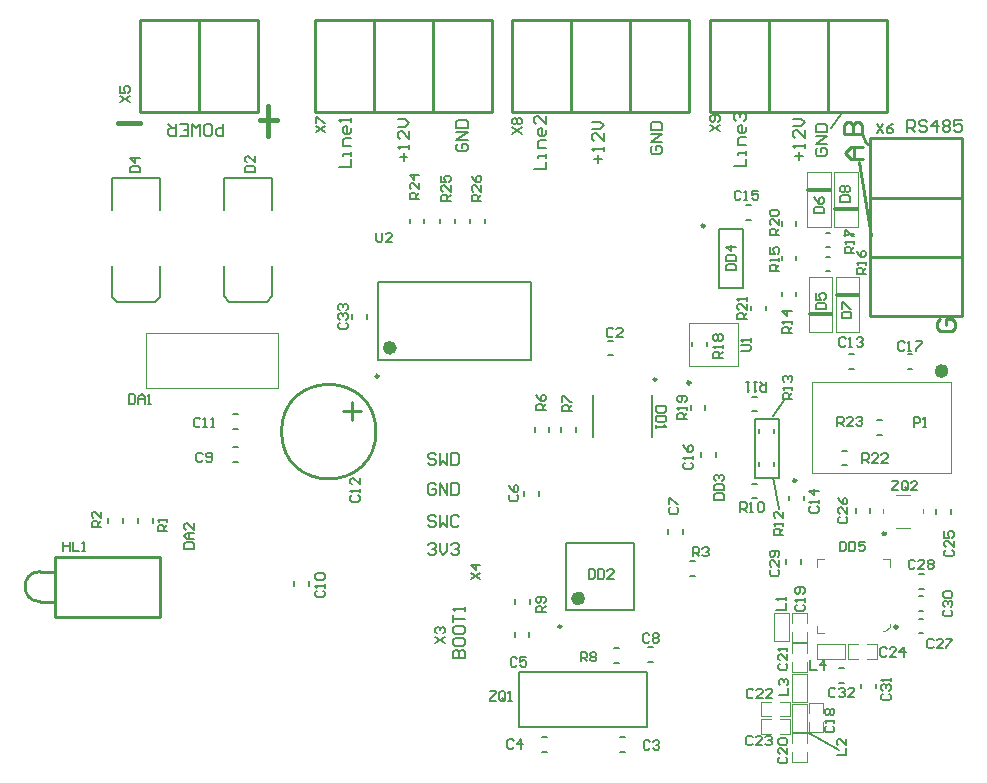
<source format=gto>
G04 Layer_Color=65535*
%FSLAX25Y25*%
%MOIN*%
G70*
G01*
G75*
%ADD31C,0.00984*%
%ADD50C,0.02362*%
%ADD51C,0.01000*%
%ADD52C,0.01181*%
%ADD53C,0.00591*%
%ADD54C,0.00787*%
%ADD55C,0.00394*%
%ADD56C,0.01575*%
D31*
X-195054Y129996D02*
G03*
X-195054Y129996I-492J0D01*
G01*
X-134194Y46566D02*
G03*
X-134194Y46566I-492J0D01*
G01*
X-55909Y95187D02*
G03*
X-55909Y95187I-492J0D01*
G01*
X-102461Y128952D02*
G03*
X-102461Y128952I-492J0D01*
G01*
X-86406Y180113D02*
G03*
X-86406Y180113I-492J0D01*
G01*
D50*
X-190172Y139445D02*
G03*
X-190172Y139445I-1181J0D01*
G01*
X-127402Y55917D02*
G03*
X-127402Y55917I-1181J0D01*
G01*
X-6240Y131743D02*
G03*
X-6240Y131743I-1181J0D01*
G01*
D51*
X-195952Y111500D02*
G03*
X-195952Y111500I-15748J0D01*
G01*
X-307940Y64862D02*
G03*
X-307940Y54862I0J-5000D01*
G01*
X-196642Y218046D02*
Y248754D01*
X-176957Y218046D02*
Y248754D01*
X-157272Y233400D02*
Y248754D01*
X-216328D02*
X-157272D01*
X-216328Y233400D02*
Y248754D01*
Y218046D02*
Y233400D01*
Y218046D02*
X-157272D01*
Y233400D01*
X-130842Y218046D02*
Y248754D01*
X-111158Y218046D02*
Y248754D01*
X-91472Y233400D02*
Y248754D01*
X-150528D02*
X-91472D01*
X-150528Y233400D02*
Y248754D01*
Y218046D02*
Y233400D01*
Y218046D02*
X-91472D01*
Y233400D01*
X-65043Y218046D02*
Y248754D01*
X-45357Y218046D02*
Y248754D01*
X-25672Y233400D02*
Y248754D01*
X-84728D02*
X-25672D01*
X-84728Y233400D02*
Y248754D01*
Y218046D02*
Y233400D01*
Y218046D02*
X-25672D01*
Y233400D01*
X-235315Y218046D02*
Y233400D01*
X-274685Y218046D02*
X-235315D01*
X-274685Y248754D02*
X-235315D01*
Y233400D02*
Y248754D01*
X-255000Y218046D02*
Y248754D01*
X-274685Y218046D02*
Y248754D01*
X-203826Y115437D02*
Y121343D01*
X-206779Y118390D02*
X-200873D01*
X-31354Y150172D02*
X-16000D01*
X-31354D02*
Y209228D01*
X-16000D01*
X-646D01*
Y150172D02*
Y209228D01*
X-16000Y150172D02*
X-646D01*
X-31354Y169858D02*
X-646D01*
X-31354Y189542D02*
X-646D01*
X-307940Y64862D02*
X-302940D01*
X-307940Y54862D02*
X-302940D01*
Y69862D02*
X-267940D01*
X-302940Y49862D02*
Y69862D01*
Y49862D02*
X-267940D01*
Y69862D01*
X-33800Y210600D02*
X-32471Y207677D01*
X-35000Y201400D02*
X-31100Y176600D01*
X-32471Y207677D02*
X-31200Y207200D01*
X-7798Y148899D02*
X-8798Y147899D01*
Y145900D01*
X-7798Y144900D01*
X-3800D01*
X-2800Y145900D01*
Y147899D01*
X-3800Y148899D01*
X-5799D01*
Y146899D01*
X-33600Y202300D02*
X-37599D01*
X-39598Y204299D01*
X-37599Y206299D01*
X-33600D01*
X-36599D01*
Y202300D01*
X-39798Y210600D02*
X-33800D01*
Y213599D01*
X-34800Y214599D01*
X-35799D01*
X-36799Y213599D01*
Y210600D01*
Y213599D01*
X-37799Y214599D01*
X-38798D01*
X-39798Y213599D01*
Y210600D01*
D52*
X-22233Y46464D02*
G03*
X-22233Y46464I-394J0D01*
G01*
X-26176Y77551D02*
G03*
X-26176Y77551I-394J0D01*
G01*
X-91274Y127802D02*
G03*
X-91274Y127802I-394J0D01*
G01*
X-42843Y185750D02*
X-35757D01*
X-42343Y157050D02*
X-35257D01*
X-51843Y192050D02*
X-44757D01*
X-51343Y150750D02*
X-44257D01*
D53*
X-44400Y212600D02*
X-40500Y217800D01*
X-63600Y116600D02*
X-59700Y122300D01*
X-63700Y96400D02*
X-61700Y85600D01*
X-52438Y11377D02*
X-41700Y5500D01*
X-40000Y177200D02*
X-36500Y177300D01*
X-216049Y211300D02*
X-212900Y213399D01*
X-216049D02*
X-212900Y211300D01*
X-216049Y214449D02*
Y216548D01*
X-215524D01*
X-213425Y214449D01*
X-212900D01*
X-181600Y189100D02*
X-184749D01*
Y190674D01*
X-184224Y191199D01*
X-183174D01*
X-182650Y190674D01*
Y189100D01*
Y190149D02*
X-181600Y191199D01*
Y194348D02*
Y192249D01*
X-183699Y194348D01*
X-184224D01*
X-184749Y193823D01*
Y192773D01*
X-184224Y192249D01*
X-181600Y196971D02*
X-184749D01*
X-183174Y195397D01*
Y197496D01*
X-195900Y177849D02*
Y175225D01*
X-195375Y174700D01*
X-194326D01*
X-193801Y175225D01*
Y177849D01*
X-190652Y174700D02*
X-192751D01*
X-190652Y176799D01*
Y177324D01*
X-191177Y177849D01*
X-192227D01*
X-192751Y177324D01*
X-150549Y210800D02*
X-147400Y212899D01*
X-150549D02*
X-147400Y210800D01*
X-150024Y213949D02*
X-150549Y214473D01*
Y215523D01*
X-150024Y216048D01*
X-149499D01*
X-148974Y215523D01*
X-148450Y216048D01*
X-147925D01*
X-147400Y215523D01*
Y214473D01*
X-147925Y213949D01*
X-148450D01*
X-148974Y214473D01*
X-149499Y213949D01*
X-150024D01*
X-148974Y214473D02*
Y215523D01*
X-171100Y188400D02*
X-174249D01*
Y189974D01*
X-173724Y190499D01*
X-172674D01*
X-172150Y189974D01*
Y188400D01*
Y189450D02*
X-171100Y190499D01*
Y193648D02*
Y191549D01*
X-173199Y193648D01*
X-173724D01*
X-174249Y193123D01*
Y192073D01*
X-173724Y191549D01*
X-174249Y196796D02*
Y194697D01*
X-172674D01*
X-173199Y195747D01*
Y196272D01*
X-172674Y196796D01*
X-171625D01*
X-171100Y196272D01*
Y195222D01*
X-171625Y194697D01*
X-84549Y211700D02*
X-81400Y213799D01*
X-84549D02*
X-81400Y211700D01*
X-81925Y214849D02*
X-81400Y215373D01*
Y216423D01*
X-81925Y216948D01*
X-84024D01*
X-84549Y216423D01*
Y215373D01*
X-84024Y214849D01*
X-83499D01*
X-82974Y215373D01*
Y216948D01*
X-160900Y188400D02*
X-164049D01*
Y189974D01*
X-163524Y190499D01*
X-162474D01*
X-161950Y189974D01*
Y188400D01*
Y189450D02*
X-160900Y190499D01*
Y193648D02*
Y191549D01*
X-162999Y193648D01*
X-163524D01*
X-164049Y193123D01*
Y192073D01*
X-163524Y191549D01*
X-164049Y196796D02*
X-163524Y195747D01*
X-162474Y194697D01*
X-161425D01*
X-160900Y195222D01*
Y196272D01*
X-161425Y196796D01*
X-161950D01*
X-162474Y196272D01*
Y194697D01*
X-277849Y197900D02*
X-274700D01*
Y199474D01*
X-275225Y199999D01*
X-277324D01*
X-277849Y199474D01*
Y197900D01*
X-274700Y202623D02*
X-277849D01*
X-276274Y201049D01*
Y203148D01*
X-125100Y65649D02*
Y62500D01*
X-123526D01*
X-123001Y63025D01*
Y65124D01*
X-123526Y65649D01*
X-125100D01*
X-121951D02*
Y62500D01*
X-120377D01*
X-119852Y63025D01*
Y65124D01*
X-120377Y65649D01*
X-121951D01*
X-116704Y62500D02*
X-118803D01*
X-116704Y64599D01*
Y65124D01*
X-117228Y65649D01*
X-118278D01*
X-118803Y65124D01*
X-239549Y198100D02*
X-236400D01*
Y199674D01*
X-236925Y200199D01*
X-239024D01*
X-239549Y199674D01*
Y198100D01*
X-236400Y203348D02*
Y201249D01*
X-238499Y203348D01*
X-239024D01*
X-239549Y202823D01*
Y201773D01*
X-239024Y201249D01*
X-281149Y221400D02*
X-278000Y223499D01*
X-281149D02*
X-278000Y221400D01*
X-281149Y226648D02*
Y224549D01*
X-279574D01*
X-280099Y225598D01*
Y226123D01*
X-279574Y226648D01*
X-278525D01*
X-278000Y226123D01*
Y225073D01*
X-278525Y224549D01*
X-164349Y62300D02*
X-161200Y64399D01*
X-164349D02*
X-161200Y62300D01*
Y67023D02*
X-164349D01*
X-162774Y65449D01*
Y67548D01*
X-26924Y24099D02*
X-27449Y23574D01*
Y22525D01*
X-26924Y22000D01*
X-24825D01*
X-24300Y22525D01*
Y23574D01*
X-24825Y24099D01*
X-26924Y25149D02*
X-27449Y25673D01*
Y26723D01*
X-26924Y27248D01*
X-26399D01*
X-25874Y26723D01*
Y26198D01*
Y26723D01*
X-25350Y27248D01*
X-24825D01*
X-24300Y26723D01*
Y25673D01*
X-24825Y25149D01*
X-24300Y28297D02*
Y29347D01*
Y28822D01*
X-27449D01*
X-26924Y28297D01*
X-149001Y35824D02*
X-149526Y36349D01*
X-150575D01*
X-151100Y35824D01*
Y33725D01*
X-150575Y33200D01*
X-149526D01*
X-149001Y33725D01*
X-145852Y36349D02*
X-147951D01*
Y34774D01*
X-146902Y35299D01*
X-146377D01*
X-145852Y34774D01*
Y33725D01*
X-146377Y33200D01*
X-147427D01*
X-147951Y33725D01*
X-41424Y83099D02*
X-41949Y82574D01*
Y81525D01*
X-41424Y81000D01*
X-39325D01*
X-38800Y81525D01*
Y82574D01*
X-39325Y83099D01*
X-38800Y86248D02*
Y84149D01*
X-40899Y86248D01*
X-41424D01*
X-41949Y85723D01*
Y84673D01*
X-41424Y84149D01*
X-41949Y89396D02*
X-41424Y88347D01*
X-40374Y87297D01*
X-39325D01*
X-38800Y87822D01*
Y88872D01*
X-39325Y89396D01*
X-39849D01*
X-40374Y88872D01*
Y87297D01*
X-204024Y90299D02*
X-204549Y89774D01*
Y88725D01*
X-204024Y88200D01*
X-201925D01*
X-201400Y88725D01*
Y89774D01*
X-201925Y90299D01*
X-201400Y91349D02*
Y92398D01*
Y91873D01*
X-204549D01*
X-204024Y91349D01*
X-201400Y96071D02*
Y93972D01*
X-203499Y96071D01*
X-204024D01*
X-204549Y95547D01*
Y94497D01*
X-204024Y93972D01*
X-254501Y115624D02*
X-255026Y116149D01*
X-256075D01*
X-256600Y115624D01*
Y113525D01*
X-256075Y113000D01*
X-255026D01*
X-254501Y113525D01*
X-253451Y113000D02*
X-252402D01*
X-252927D01*
Y116149D01*
X-253451Y115624D01*
X-250828Y113000D02*
X-249778D01*
X-250303D01*
Y116149D01*
X-250828Y115624D01*
X-215724Y58499D02*
X-216249Y57974D01*
Y56925D01*
X-215724Y56400D01*
X-213625D01*
X-213100Y56925D01*
Y57974D01*
X-213625Y58499D01*
X-213100Y59549D02*
Y60598D01*
Y60073D01*
X-216249D01*
X-215724Y59549D01*
Y62172D02*
X-216249Y62697D01*
Y63747D01*
X-215724Y64271D01*
X-213625D01*
X-213100Y63747D01*
Y62697D01*
X-213625Y62172D01*
X-215724D01*
X-45824Y13399D02*
X-46349Y12874D01*
Y11825D01*
X-45824Y11300D01*
X-43725D01*
X-43200Y11825D01*
Y12874D01*
X-43725Y13399D01*
X-43200Y14449D02*
Y15498D01*
Y14973D01*
X-46349D01*
X-45824Y14449D01*
Y17072D02*
X-46349Y17597D01*
Y18647D01*
X-45824Y19172D01*
X-45299D01*
X-44774Y18647D01*
X-44249Y19172D01*
X-43725D01*
X-43200Y18647D01*
Y17597D01*
X-43725Y17072D01*
X-44249D01*
X-44774Y17597D01*
X-45299Y17072D01*
X-45824D01*
X-44774Y17597D02*
Y18647D01*
X-55724Y53799D02*
X-56249Y53274D01*
Y52225D01*
X-55724Y51700D01*
X-53625D01*
X-53100Y52225D01*
Y53274D01*
X-53625Y53799D01*
X-53100Y54849D02*
Y55898D01*
Y55373D01*
X-56249D01*
X-55724Y54849D01*
X-53625Y57472D02*
X-53100Y57997D01*
Y59047D01*
X-53625Y59571D01*
X-55724D01*
X-56249Y59047D01*
Y57997D01*
X-55724Y57472D01*
X-55199D01*
X-54674Y57997D01*
Y59571D01*
X-61424Y2999D02*
X-61949Y2474D01*
Y1425D01*
X-61424Y900D01*
X-59325D01*
X-58800Y1425D01*
Y2474D01*
X-59325Y2999D01*
X-58800Y6148D02*
Y4049D01*
X-60899Y6148D01*
X-61424D01*
X-61949Y5623D01*
Y4573D01*
X-61424Y4049D01*
Y7197D02*
X-61949Y7722D01*
Y8771D01*
X-61424Y9296D01*
X-59325D01*
X-58800Y8771D01*
Y7722D01*
X-59325Y7197D01*
X-61424D01*
Y34199D02*
X-61949Y33674D01*
Y32625D01*
X-61424Y32100D01*
X-59325D01*
X-58800Y32625D01*
Y33674D01*
X-59325Y34199D01*
X-58800Y37348D02*
Y35249D01*
X-60899Y37348D01*
X-61424D01*
X-61949Y36823D01*
Y35773D01*
X-61424Y35249D01*
X-58800Y38397D02*
Y39447D01*
Y38922D01*
X-61949D01*
X-61424Y38397D01*
X-70401Y9624D02*
X-70926Y10149D01*
X-71975D01*
X-72500Y9624D01*
Y7525D01*
X-71975Y7000D01*
X-70926D01*
X-70401Y7525D01*
X-67252Y7000D02*
X-69351D01*
X-67252Y9099D01*
Y9624D01*
X-67777Y10149D01*
X-68827D01*
X-69351Y9624D01*
X-66203D02*
X-65678Y10149D01*
X-64628D01*
X-64104Y9624D01*
Y9099D01*
X-64628Y8574D01*
X-65153D01*
X-64628D01*
X-64104Y8049D01*
Y7525D01*
X-64628Y7000D01*
X-65678D01*
X-66203Y7525D01*
X-70201Y25224D02*
X-70726Y25749D01*
X-71775D01*
X-72300Y25224D01*
Y23125D01*
X-71775Y22600D01*
X-70726D01*
X-70201Y23125D01*
X-67052Y22600D02*
X-69151D01*
X-67052Y24699D01*
Y25224D01*
X-67577Y25749D01*
X-68627D01*
X-69151Y25224D01*
X-63904Y22600D02*
X-66003D01*
X-63904Y24699D01*
Y25224D01*
X-64429Y25749D01*
X-65478D01*
X-66003Y25224D01*
X-25701Y39124D02*
X-26226Y39649D01*
X-27275D01*
X-27800Y39124D01*
Y37025D01*
X-27275Y36500D01*
X-26226D01*
X-25701Y37025D01*
X-22552Y36500D02*
X-24651D01*
X-22552Y38599D01*
Y39124D01*
X-23077Y39649D01*
X-24127D01*
X-24651Y39124D01*
X-19929Y36500D02*
Y39649D01*
X-21503Y38074D01*
X-19404D01*
X-5924Y71999D02*
X-6449Y71474D01*
Y70425D01*
X-5924Y69900D01*
X-3825D01*
X-3300Y70425D01*
Y71474D01*
X-3825Y71999D01*
X-3300Y75148D02*
Y73049D01*
X-5399Y75148D01*
X-5924D01*
X-6449Y74623D01*
Y73573D01*
X-5924Y73049D01*
X-6449Y78296D02*
Y76197D01*
X-4874D01*
X-5399Y77247D01*
Y77772D01*
X-4874Y78296D01*
X-3825D01*
X-3300Y77772D01*
Y76722D01*
X-3825Y76197D01*
X-10101Y41924D02*
X-10626Y42449D01*
X-11675D01*
X-12200Y41924D01*
Y39825D01*
X-11675Y39300D01*
X-10626D01*
X-10101Y39825D01*
X-6952Y39300D02*
X-9051D01*
X-6952Y41399D01*
Y41924D01*
X-7477Y42449D01*
X-8527D01*
X-9051Y41924D01*
X-5903Y42449D02*
X-3804D01*
Y41924D01*
X-5903Y39825D01*
Y39300D01*
X-6424Y51999D02*
X-6949Y51474D01*
Y50425D01*
X-6424Y49900D01*
X-4325D01*
X-3800Y50425D01*
Y51474D01*
X-4325Y51999D01*
X-6424Y53049D02*
X-6949Y53573D01*
Y54623D01*
X-6424Y55148D01*
X-5899D01*
X-5374Y54623D01*
Y54098D01*
Y54623D01*
X-4849Y55148D01*
X-4325D01*
X-3800Y54623D01*
Y53573D01*
X-4325Y53049D01*
X-6424Y56197D02*
X-6949Y56722D01*
Y57771D01*
X-6424Y58296D01*
X-4325D01*
X-3800Y57771D01*
Y56722D01*
X-4325Y56197D01*
X-6424D01*
X-208024Y147799D02*
X-208549Y147274D01*
Y146225D01*
X-208024Y145700D01*
X-205925D01*
X-205400Y146225D01*
Y147274D01*
X-205925Y147799D01*
X-208024Y148849D02*
X-208549Y149373D01*
Y150423D01*
X-208024Y150948D01*
X-207499D01*
X-206974Y150423D01*
Y149898D01*
Y150423D01*
X-206450Y150948D01*
X-205925D01*
X-205400Y150423D01*
Y149373D01*
X-205925Y148849D01*
X-208024Y151997D02*
X-208549Y152522D01*
Y153571D01*
X-208024Y154096D01*
X-207499D01*
X-206974Y153571D01*
Y153047D01*
Y153571D01*
X-206450Y154096D01*
X-205925D01*
X-205400Y153571D01*
Y152522D01*
X-205925Y151997D01*
X-42801Y25624D02*
X-43326Y26149D01*
X-44375D01*
X-44900Y25624D01*
Y23525D01*
X-44375Y23000D01*
X-43326D01*
X-42801Y23525D01*
X-41751Y25624D02*
X-41227Y26149D01*
X-40177D01*
X-39652Y25624D01*
Y25099D01*
X-40177Y24574D01*
X-40702D01*
X-40177D01*
X-39652Y24049D01*
Y23525D01*
X-40177Y23000D01*
X-41227D01*
X-41751Y23525D01*
X-36504Y23000D02*
X-38603D01*
X-36504Y25099D01*
Y25624D01*
X-37029Y26149D01*
X-38078D01*
X-38603Y25624D01*
X-278300Y123949D02*
Y120800D01*
X-276726D01*
X-276201Y121325D01*
Y123424D01*
X-276726Y123949D01*
X-278300D01*
X-275151Y120800D02*
Y122899D01*
X-274102Y123949D01*
X-273052Y122899D01*
Y120800D01*
Y122374D01*
X-275151D01*
X-272003Y120800D02*
X-270953D01*
X-271478D01*
Y123949D01*
X-272003Y123424D01*
X-259849Y72500D02*
X-256700D01*
Y74074D01*
X-257225Y74599D01*
X-259324D01*
X-259849Y74074D01*
Y72500D01*
X-256700Y75649D02*
X-258799D01*
X-259849Y76698D01*
X-258799Y77748D01*
X-256700D01*
X-258274D01*
Y75649D01*
X-256700Y80896D02*
Y78797D01*
X-258799Y80896D01*
X-259324D01*
X-259849Y80371D01*
Y79322D01*
X-259324Y78797D01*
X-41400Y74849D02*
Y71700D01*
X-39826D01*
X-39301Y72225D01*
Y74324D01*
X-39826Y74849D01*
X-41400D01*
X-38251D02*
Y71700D01*
X-36677D01*
X-36152Y72225D01*
Y74324D01*
X-36677Y74849D01*
X-38251D01*
X-33004D02*
X-35103D01*
Y73274D01*
X-34053Y73799D01*
X-33529D01*
X-33004Y73274D01*
Y72225D01*
X-33529Y71700D01*
X-34578D01*
X-35103Y72225D01*
X-62549Y52200D02*
X-59400D01*
Y54299D01*
Y55349D02*
Y56398D01*
Y55873D01*
X-62549D01*
X-62024Y55349D01*
X-42349Y3800D02*
X-39200D01*
Y5899D01*
Y9048D02*
Y6949D01*
X-41299Y9048D01*
X-41824D01*
X-42349Y8523D01*
Y7473D01*
X-41824Y6949D01*
X-61649Y23800D02*
X-58500D01*
Y25899D01*
X-61124Y26949D02*
X-61649Y27473D01*
Y28523D01*
X-61124Y29048D01*
X-60599D01*
X-60074Y28523D01*
Y27998D01*
Y28523D01*
X-59549Y29048D01*
X-59025D01*
X-58500Y28523D01*
Y27473D01*
X-59025Y26949D01*
X-51200Y35349D02*
Y32200D01*
X-49101D01*
X-46477D02*
Y35349D01*
X-48051Y33774D01*
X-45952D01*
X-176149Y41100D02*
X-173000Y43199D01*
X-176149D02*
X-173000Y41100D01*
X-175624Y44249D02*
X-176149Y44773D01*
Y45823D01*
X-175624Y46348D01*
X-175099D01*
X-174574Y45823D01*
Y45298D01*
Y45823D01*
X-174049Y46348D01*
X-173525D01*
X-173000Y45823D01*
Y44773D01*
X-173525Y44249D01*
X-23900Y95049D02*
X-21801D01*
Y94524D01*
X-23900Y92425D01*
Y91900D01*
X-21801D01*
X-18652Y92425D02*
Y94524D01*
X-19177Y95049D01*
X-20227D01*
X-20751Y94524D01*
Y92425D01*
X-20227Y91900D01*
X-19177D01*
X-19702Y92949D02*
X-18652Y91900D01*
X-19177D02*
X-18652Y92425D01*
X-15504Y91900D02*
X-17603D01*
X-15504Y93999D01*
Y94524D01*
X-16028Y95049D01*
X-17078D01*
X-17603Y94524D01*
X-158100Y24949D02*
X-156001D01*
Y24424D01*
X-158100Y22325D01*
Y21800D01*
X-156001D01*
X-152852Y22325D02*
Y24424D01*
X-153377Y24949D01*
X-154427D01*
X-154951Y24424D01*
Y22325D01*
X-154427Y21800D01*
X-153377D01*
X-153902Y22850D02*
X-152852Y21800D01*
X-153377D02*
X-152852Y22325D01*
X-151803Y21800D02*
X-150753D01*
X-151278D01*
Y24949D01*
X-151803Y24424D01*
X-28900Y214149D02*
X-26801Y211000D01*
Y214149D02*
X-28900Y211000D01*
X-23652Y214149D02*
X-24702Y213624D01*
X-25751Y212574D01*
Y211525D01*
X-25227Y211000D01*
X-24177D01*
X-23652Y211525D01*
Y212050D01*
X-24177Y212574D01*
X-25751D01*
X-74249Y138400D02*
X-71625D01*
X-71100Y138925D01*
Y139974D01*
X-71625Y140499D01*
X-74249D01*
X-71100Y141549D02*
Y142598D01*
Y142073D01*
X-74249D01*
X-73724Y141549D01*
X-130700Y118300D02*
X-133849D01*
Y119874D01*
X-133324Y120399D01*
X-132274D01*
X-131749Y119874D01*
Y118300D01*
Y119350D02*
X-130700Y120399D01*
X-133849Y121449D02*
Y123548D01*
X-133324D01*
X-131225Y121449D01*
X-130700D01*
X-139300Y118600D02*
X-142449D01*
Y120174D01*
X-141924Y120699D01*
X-140874D01*
X-140349Y120174D01*
Y118600D01*
Y119650D02*
X-139300Y120699D01*
X-142449Y123848D02*
X-141924Y122798D01*
X-140874Y121749D01*
X-139825D01*
X-139300Y122273D01*
Y123323D01*
X-139825Y123848D01*
X-140349D01*
X-140874Y123323D01*
Y121749D01*
X-139400Y51300D02*
X-142549D01*
Y52874D01*
X-142024Y53399D01*
X-140974D01*
X-140450Y52874D01*
Y51300D01*
Y52350D02*
X-139400Y53399D01*
X-139925Y54449D02*
X-139400Y54973D01*
Y56023D01*
X-139925Y56548D01*
X-142024D01*
X-142549Y56023D01*
Y54973D01*
X-142024Y54449D01*
X-141499D01*
X-140974Y54973D01*
Y56548D01*
X-127700Y34900D02*
Y38049D01*
X-126126D01*
X-125601Y37524D01*
Y36474D01*
X-126126Y35950D01*
X-127700D01*
X-126651D02*
X-125601Y34900D01*
X-124551Y37524D02*
X-124027Y38049D01*
X-122977D01*
X-122452Y37524D01*
Y36999D01*
X-122977Y36474D01*
X-122452Y35950D01*
Y35425D01*
X-122977Y34900D01*
X-124027D01*
X-124551Y35425D01*
Y35950D01*
X-124027Y36474D01*
X-124551Y36999D01*
Y37524D01*
X-124027Y36474D02*
X-122977D01*
X-90300Y69900D02*
Y73049D01*
X-88726D01*
X-88201Y72524D01*
Y71474D01*
X-88726Y70950D01*
X-90300D01*
X-89250D02*
X-88201Y69900D01*
X-87151Y72524D02*
X-86627Y73049D01*
X-85577D01*
X-85052Y72524D01*
Y71999D01*
X-85577Y71474D01*
X-86102D01*
X-85577D01*
X-85052Y70950D01*
Y70425D01*
X-85577Y69900D01*
X-86627D01*
X-87151Y70425D01*
X-287500Y79600D02*
X-290649D01*
Y81174D01*
X-290124Y81699D01*
X-289074D01*
X-288549Y81174D01*
Y79600D01*
Y80650D02*
X-287500Y81699D01*
Y84848D02*
Y82749D01*
X-289599Y84848D01*
X-290124D01*
X-290649Y84323D01*
Y83273D01*
X-290124Y82749D01*
X-265600Y78300D02*
X-268749D01*
Y79874D01*
X-268224Y80399D01*
X-267174D01*
X-266650Y79874D01*
Y78300D01*
Y79349D02*
X-265600Y80399D01*
Y81449D02*
Y82498D01*
Y81973D01*
X-268749D01*
X-268224Y81449D01*
X-300200Y74849D02*
Y71700D01*
Y73274D01*
X-298101D01*
Y74849D01*
Y71700D01*
X-297051Y74849D02*
Y71700D01*
X-294952D01*
X-293903D02*
X-292853D01*
X-293378D01*
Y74849D01*
X-293903Y74324D01*
X-83249Y88800D02*
X-80100D01*
Y90374D01*
X-80625Y90899D01*
X-82724D01*
X-83249Y90374D01*
Y88800D01*
Y91949D02*
X-80100D01*
Y93523D01*
X-80625Y94048D01*
X-82724D01*
X-83249Y93523D01*
Y91949D01*
X-82724Y95097D02*
X-83249Y95622D01*
Y96671D01*
X-82724Y97196D01*
X-82199D01*
X-81674Y96671D01*
Y96147D01*
Y96671D01*
X-81150Y97196D01*
X-80625D01*
X-80100Y96671D01*
Y95622D01*
X-80625Y95097D01*
X-99351Y119900D02*
X-102500D01*
Y118326D01*
X-101975Y117801D01*
X-99876D01*
X-99351Y118326D01*
Y119900D01*
Y116751D02*
X-102500D01*
Y115177D01*
X-101975Y114652D01*
X-99876D01*
X-99351Y115177D01*
Y116751D01*
X-102500Y113603D02*
Y112553D01*
Y113078D01*
X-99351D01*
X-99876Y113603D01*
X-41149Y188200D02*
X-38000D01*
Y189774D01*
X-38525Y190299D01*
X-40624D01*
X-41149Y189774D01*
Y188200D01*
X-40624Y191349D02*
X-41149Y191873D01*
Y192923D01*
X-40624Y193448D01*
X-40099D01*
X-39574Y192923D01*
X-39050Y193448D01*
X-38525D01*
X-38000Y192923D01*
Y191873D01*
X-38525Y191349D01*
X-39050D01*
X-39574Y191873D01*
X-40099Y191349D01*
X-40624D01*
X-39574Y191873D02*
Y192923D01*
X-40649Y149400D02*
X-37500D01*
Y150974D01*
X-38025Y151499D01*
X-40124D01*
X-40649Y150974D01*
Y149400D01*
Y152549D02*
Y154648D01*
X-40124D01*
X-38025Y152549D01*
X-37500D01*
X-49849Y184400D02*
X-46700D01*
Y185974D01*
X-47225Y186499D01*
X-49324D01*
X-49849Y185974D01*
Y184400D01*
Y189648D02*
X-49324Y188598D01*
X-48274Y187549D01*
X-47225D01*
X-46700Y188073D01*
Y189123D01*
X-47225Y189648D01*
X-47750D01*
X-48274Y189123D01*
Y187549D01*
X-49249Y152400D02*
X-46100D01*
Y153974D01*
X-46625Y154499D01*
X-48724D01*
X-49249Y153974D01*
Y152400D01*
Y157648D02*
Y155549D01*
X-47674D01*
X-48199Y156598D01*
Y157123D01*
X-47674Y157648D01*
X-46625D01*
X-46100Y157123D01*
Y156073D01*
X-46625Y155549D01*
X-51024Y86599D02*
X-51549Y86074D01*
Y85025D01*
X-51024Y84500D01*
X-48925D01*
X-48400Y85025D01*
Y86074D01*
X-48925Y86599D01*
X-48400Y87649D02*
Y88698D01*
Y88173D01*
X-51549D01*
X-51024Y87649D01*
X-48400Y91847D02*
X-51549D01*
X-49974Y90272D01*
Y92371D01*
X-39401Y142424D02*
X-39926Y142949D01*
X-40975D01*
X-41500Y142424D01*
Y140325D01*
X-40975Y139800D01*
X-39926D01*
X-39401Y140325D01*
X-38351Y139800D02*
X-37302D01*
X-37827D01*
Y142949D01*
X-38351Y142424D01*
X-35728D02*
X-35203Y142949D01*
X-34153D01*
X-33628Y142424D01*
Y141899D01*
X-34153Y141374D01*
X-34678D01*
X-34153D01*
X-33628Y140849D01*
Y140325D01*
X-34153Y139800D01*
X-35203D01*
X-35728Y140325D01*
X-92924Y101199D02*
X-93449Y100674D01*
Y99625D01*
X-92924Y99100D01*
X-90825D01*
X-90300Y99625D01*
Y100674D01*
X-90825Y101199D01*
X-90300Y102249D02*
Y103298D01*
Y102773D01*
X-93449D01*
X-92924Y102249D01*
X-93449Y106972D02*
X-92924Y105922D01*
X-91874Y104872D01*
X-90825D01*
X-90300Y105397D01*
Y106447D01*
X-90825Y106972D01*
X-91350D01*
X-91874Y106447D01*
Y104872D01*
X-104801Y43824D02*
X-105326Y44349D01*
X-106375D01*
X-106900Y43824D01*
Y41725D01*
X-106375Y41200D01*
X-105326D01*
X-104801Y41725D01*
X-103751Y43824D02*
X-103227Y44349D01*
X-102177D01*
X-101652Y43824D01*
Y43299D01*
X-102177Y42774D01*
X-101652Y42250D01*
Y41725D01*
X-102177Y41200D01*
X-103227D01*
X-103751Y41725D01*
Y42250D01*
X-103227Y42774D01*
X-103751Y43299D01*
Y43824D01*
X-103227Y42774D02*
X-102177D01*
X-97824Y86299D02*
X-98349Y85774D01*
Y84725D01*
X-97824Y84200D01*
X-95725D01*
X-95200Y84725D01*
Y85774D01*
X-95725Y86299D01*
X-98349Y87349D02*
Y89448D01*
X-97824D01*
X-95725Y87349D01*
X-95200D01*
X-150101Y8424D02*
X-150626Y8949D01*
X-151675D01*
X-152200Y8424D01*
Y6325D01*
X-151675Y5800D01*
X-150626D01*
X-150101Y6325D01*
X-147477Y5800D02*
Y8949D01*
X-149051Y7374D01*
X-146952D01*
X-104601Y8124D02*
X-105126Y8649D01*
X-106175D01*
X-106700Y8124D01*
Y6025D01*
X-106175Y5500D01*
X-105126D01*
X-104601Y6025D01*
X-103551Y8124D02*
X-103027Y8649D01*
X-101977D01*
X-101452Y8124D01*
Y7599D01*
X-101977Y7074D01*
X-102502D01*
X-101977D01*
X-101452Y6549D01*
Y6025D01*
X-101977Y5500D01*
X-103027D01*
X-103551Y6025D01*
X-151124Y90499D02*
X-151649Y89974D01*
Y88925D01*
X-151124Y88400D01*
X-149025D01*
X-148500Y88925D01*
Y89974D01*
X-149025Y90499D01*
X-151649Y93648D02*
X-151124Y92598D01*
X-150074Y91549D01*
X-149025D01*
X-148500Y92073D01*
Y93123D01*
X-149025Y93648D01*
X-149549D01*
X-150074Y93123D01*
Y91549D01*
X-42200Y113400D02*
Y116549D01*
X-40626D01*
X-40101Y116024D01*
Y114974D01*
X-40626Y114450D01*
X-42200D01*
X-41151D02*
X-40101Y113400D01*
X-36952D02*
X-39051D01*
X-36952Y115499D01*
Y116024D01*
X-37477Y116549D01*
X-38527D01*
X-39051Y116024D01*
X-35903D02*
X-35378Y116549D01*
X-34328D01*
X-33804Y116024D01*
Y115499D01*
X-34328Y114974D01*
X-34853D01*
X-34328D01*
X-33804Y114450D01*
Y113925D01*
X-34328Y113400D01*
X-35378D01*
X-35903Y113925D01*
X-33800Y101100D02*
Y104249D01*
X-32226D01*
X-31701Y103724D01*
Y102674D01*
X-32226Y102149D01*
X-33800D01*
X-32750D02*
X-31701Y101100D01*
X-28552D02*
X-30651D01*
X-28552Y103199D01*
Y103724D01*
X-29077Y104249D01*
X-30127D01*
X-30651Y103724D01*
X-25404Y101100D02*
X-27503D01*
X-25404Y103199D01*
Y103724D01*
X-25929Y104249D01*
X-26978D01*
X-27503Y103724D01*
X-72300Y148900D02*
X-75449D01*
Y150474D01*
X-74924Y150999D01*
X-73874D01*
X-73349Y150474D01*
Y148900D01*
Y149950D02*
X-72300Y150999D01*
Y154148D02*
Y152049D01*
X-74399Y154148D01*
X-74924D01*
X-75449Y153623D01*
Y152573D01*
X-74924Y152049D01*
X-72300Y155197D02*
Y156247D01*
Y155722D01*
X-75449D01*
X-74924Y155197D01*
X-61600Y177100D02*
X-64749D01*
Y178674D01*
X-64224Y179199D01*
X-63174D01*
X-62650Y178674D01*
Y177100D01*
Y178149D02*
X-61600Y179199D01*
Y182348D02*
Y180249D01*
X-63699Y182348D01*
X-64224D01*
X-64749Y181823D01*
Y180773D01*
X-64224Y180249D01*
Y183397D02*
X-64749Y183922D01*
Y184971D01*
X-64224Y185496D01*
X-62125D01*
X-61600Y184971D01*
Y183922D01*
X-62125Y183397D01*
X-64224D01*
X-92300Y115600D02*
X-95449D01*
Y117174D01*
X-94924Y117699D01*
X-93874D01*
X-93349Y117174D01*
Y115600D01*
Y116649D02*
X-92300Y117699D01*
Y118749D02*
Y119798D01*
Y119273D01*
X-95449D01*
X-94924Y118749D01*
X-92825Y121372D02*
X-92300Y121897D01*
Y122947D01*
X-92825Y123471D01*
X-94924D01*
X-95449Y122947D01*
Y121897D01*
X-94924Y121372D01*
X-94399D01*
X-93874Y121897D01*
Y123471D01*
X-80400Y136100D02*
X-83549D01*
Y137674D01*
X-83024Y138199D01*
X-81974D01*
X-81450Y137674D01*
Y136100D01*
Y137150D02*
X-80400Y138199D01*
Y139249D02*
Y140298D01*
Y139773D01*
X-83549D01*
X-83024Y139249D01*
Y141872D02*
X-83549Y142397D01*
Y143447D01*
X-83024Y143972D01*
X-82499D01*
X-81974Y143447D01*
X-81450Y143972D01*
X-80925D01*
X-80400Y143447D01*
Y142397D01*
X-80925Y141872D01*
X-81450D01*
X-81974Y142397D01*
X-82499Y141872D01*
X-83024D01*
X-81974Y142397D02*
Y143447D01*
X-36600Y171000D02*
X-39749D01*
Y172574D01*
X-39224Y173099D01*
X-38174D01*
X-37650Y172574D01*
Y171000D01*
Y172049D02*
X-36600Y173099D01*
Y174149D02*
Y175198D01*
Y174673D01*
X-39749D01*
X-39224Y174149D01*
X-39749Y176772D02*
Y178872D01*
X-39224D01*
X-37125Y176772D01*
X-36600D01*
X-32600Y164000D02*
X-35749D01*
Y165574D01*
X-35224Y166099D01*
X-34174D01*
X-33650Y165574D01*
Y164000D01*
Y165050D02*
X-32600Y166099D01*
Y167149D02*
Y168198D01*
Y167673D01*
X-35749D01*
X-35224Y167149D01*
X-35749Y171871D02*
X-35224Y170822D01*
X-34174Y169772D01*
X-33125D01*
X-32600Y170297D01*
Y171347D01*
X-33125Y171871D01*
X-33650D01*
X-34174Y171347D01*
Y169772D01*
X-61500Y165100D02*
X-64649D01*
Y166674D01*
X-64124Y167199D01*
X-63074D01*
X-62550Y166674D01*
Y165100D01*
Y166149D02*
X-61500Y167199D01*
Y168249D02*
Y169298D01*
Y168773D01*
X-64649D01*
X-64124Y168249D01*
X-64649Y172971D02*
Y170872D01*
X-63074D01*
X-63599Y171922D01*
Y172447D01*
X-63074Y172971D01*
X-62025D01*
X-61500Y172447D01*
Y171397D01*
X-62025Y170872D01*
X-57300Y144300D02*
X-60449D01*
Y145874D01*
X-59924Y146399D01*
X-58874D01*
X-58350Y145874D01*
Y144300D01*
Y145350D02*
X-57300Y146399D01*
Y147449D02*
Y148498D01*
Y147973D01*
X-60449D01*
X-59924Y147449D01*
X-57300Y151647D02*
X-60449D01*
X-58874Y150072D01*
Y152172D01*
X-57200Y122300D02*
X-60349D01*
Y123874D01*
X-59824Y124399D01*
X-58774D01*
X-58249Y123874D01*
Y122300D01*
Y123349D02*
X-57200Y124399D01*
Y125449D02*
Y126498D01*
Y125973D01*
X-60349D01*
X-59824Y125449D01*
Y128072D02*
X-60349Y128597D01*
Y129647D01*
X-59824Y130172D01*
X-59299D01*
X-58774Y129647D01*
Y129122D01*
Y129647D01*
X-58249Y130172D01*
X-57725D01*
X-57200Y129647D01*
Y128597D01*
X-57725Y128072D01*
X-60200Y77000D02*
X-63349D01*
Y78574D01*
X-62824Y79099D01*
X-61774D01*
X-61250Y78574D01*
Y77000D01*
Y78049D02*
X-60200Y79099D01*
Y80149D02*
Y81198D01*
Y80673D01*
X-63349D01*
X-62824Y80149D01*
X-60200Y84872D02*
Y82772D01*
X-62299Y84872D01*
X-62824D01*
X-63349Y84347D01*
Y83297D01*
X-62824Y82772D01*
X-65800Y128000D02*
Y124851D01*
X-67374D01*
X-67899Y125376D01*
Y126426D01*
X-67374Y126951D01*
X-65800D01*
X-66849D02*
X-67899Y128000D01*
X-68949D02*
X-69998D01*
X-69473D01*
Y124851D01*
X-68949Y125376D01*
X-71572Y128000D02*
X-72622D01*
X-72097D01*
Y124851D01*
X-71572Y125376D01*
X-74500Y84800D02*
Y87949D01*
X-72926D01*
X-72401Y87424D01*
Y86374D01*
X-72926Y85849D01*
X-74500D01*
X-73450D02*
X-72401Y84800D01*
X-71351D02*
X-70302D01*
X-70827D01*
Y87949D01*
X-71351Y87424D01*
X-68728D02*
X-68203Y87949D01*
X-67153D01*
X-66628Y87424D01*
Y85325D01*
X-67153Y84800D01*
X-68203D01*
X-68728Y85325D01*
Y87424D01*
X-16700Y113200D02*
Y116349D01*
X-15126D01*
X-14601Y115824D01*
Y114774D01*
X-15126Y114250D01*
X-16700D01*
X-13551Y113200D02*
X-12502D01*
X-13027D01*
Y116349D01*
X-13551Y115824D01*
X-79149Y165300D02*
X-76000D01*
Y166874D01*
X-76525Y167399D01*
X-78624D01*
X-79149Y166874D01*
Y165300D01*
Y168449D02*
X-76000D01*
Y170023D01*
X-76525Y170548D01*
X-78624D01*
X-79149Y170023D01*
Y168449D01*
X-76000Y173171D02*
X-79149D01*
X-77574Y171597D01*
Y173696D01*
X-253701Y104024D02*
X-254226Y104549D01*
X-255275D01*
X-255800Y104024D01*
Y101925D01*
X-255275Y101400D01*
X-254226D01*
X-253701Y101925D01*
X-252651D02*
X-252127Y101400D01*
X-251077D01*
X-250552Y101925D01*
Y104024D01*
X-251077Y104549D01*
X-252127D01*
X-252651Y104024D01*
Y103499D01*
X-252127Y102974D01*
X-250552D01*
X-19701Y141124D02*
X-20226Y141649D01*
X-21275D01*
X-21800Y141124D01*
Y139025D01*
X-21275Y138500D01*
X-20226D01*
X-19701Y139025D01*
X-18651Y138500D02*
X-17602D01*
X-18127D01*
Y141649D01*
X-18651Y141124D01*
X-16028Y141649D02*
X-13928D01*
Y141124D01*
X-16028Y139025D01*
Y138500D01*
X-64124Y65499D02*
X-64649Y64974D01*
Y63925D01*
X-64124Y63400D01*
X-62025D01*
X-61500Y63925D01*
Y64974D01*
X-62025Y65499D01*
X-61500Y68648D02*
Y66549D01*
X-63599Y68648D01*
X-64124D01*
X-64649Y68123D01*
Y67073D01*
X-64124Y66549D01*
X-62025Y69697D02*
X-61500Y70222D01*
Y71272D01*
X-62025Y71796D01*
X-64124D01*
X-64649Y71272D01*
Y70222D01*
X-64124Y69697D01*
X-63599D01*
X-63074Y70222D01*
Y71796D01*
X-16301Y68324D02*
X-16826Y68849D01*
X-17875D01*
X-18400Y68324D01*
Y66225D01*
X-17875Y65700D01*
X-16826D01*
X-16301Y66225D01*
X-13152Y65700D02*
X-15251D01*
X-13152Y67799D01*
Y68324D01*
X-13677Y68849D01*
X-14727D01*
X-15251Y68324D01*
X-12103D02*
X-11578Y68849D01*
X-10528D01*
X-10004Y68324D01*
Y67799D01*
X-10528Y67274D01*
X-10004Y66750D01*
Y66225D01*
X-10528Y65700D01*
X-11578D01*
X-12103Y66225D01*
Y66750D01*
X-11578Y67274D01*
X-12103Y67799D01*
Y68324D01*
X-11578Y67274D02*
X-10528D01*
X-116901Y145624D02*
X-117426Y146149D01*
X-118475D01*
X-119000Y145624D01*
Y143525D01*
X-118475Y143000D01*
X-117426D01*
X-116901Y143525D01*
X-113752Y143000D02*
X-115851D01*
X-113752Y145099D01*
Y145624D01*
X-114277Y146149D01*
X-115327D01*
X-115851Y145624D01*
X-74301Y191324D02*
X-74826Y191849D01*
X-75875D01*
X-76400Y191324D01*
Y189225D01*
X-75875Y188700D01*
X-74826D01*
X-74301Y189225D01*
X-73251Y188700D02*
X-72202D01*
X-72727D01*
Y191849D01*
X-73251Y191324D01*
X-68528Y191849D02*
X-70628D01*
Y190274D01*
X-69578Y190799D01*
X-69053D01*
X-68528Y190274D01*
Y189225D01*
X-69053Y188700D01*
X-70103D01*
X-70628Y189225D01*
D54*
X-184761Y180913D02*
Y182487D01*
X-179839Y180913D02*
Y182487D01*
X-144109Y135508D02*
Y161492D01*
X-195291Y135508D02*
Y161492D01*
X-144109D01*
X-195291Y135508D02*
X-144109D01*
X-174561Y180913D02*
Y182487D01*
X-169639Y180913D02*
Y182487D01*
X-164661Y180913D02*
Y182487D01*
X-159739Y180913D02*
Y182487D01*
X-283971Y156513D02*
Y166750D01*
Y156513D02*
X-282199Y154742D01*
X-269601D02*
X-267810Y156513D01*
X-267829Y185450D02*
Y196080D01*
X-283971Y185450D02*
Y196080D01*
X-267829D01*
X-282199Y154742D02*
X-269601D01*
X-267829Y156513D02*
Y166750D01*
X-110080Y51980D02*
Y74420D01*
X-132520Y51980D02*
Y74420D01*
X-110080D01*
X-132520Y51980D02*
X-110080D01*
X-230629Y156613D02*
Y166850D01*
X-244999Y154842D02*
X-232401D01*
X-246771Y196180D02*
X-230629D01*
X-246771Y185550D02*
Y196180D01*
X-230629Y185550D02*
Y196180D01*
X-232401Y154842D02*
X-230609Y156613D01*
X-246771D02*
X-244999Y154842D01*
X-246771Y156613D02*
Y166850D01*
X-34261Y25913D02*
Y27487D01*
X-29339Y25913D02*
Y27487D01*
X-144839Y43213D02*
Y44787D01*
X-149761Y43213D02*
Y44787D01*
X-31139Y84513D02*
Y86087D01*
X-36061Y84513D02*
Y86087D01*
X-243487Y117461D02*
X-241913D01*
X-243487Y112539D02*
X-241913D01*
X-223161Y60213D02*
Y61787D01*
X-218239Y60213D02*
Y61787D01*
X-9161Y84213D02*
Y85787D01*
X-4239Y84213D02*
Y85787D01*
X-15087Y49161D02*
X-13513D01*
X-15087Y44239D02*
X-13513D01*
X-15087Y51739D02*
X-13513D01*
X-15087Y56661D02*
X-13513D01*
X-203961Y149213D02*
Y150787D01*
X-199039Y149213D02*
Y150787D01*
X-41587Y27739D02*
X-40013D01*
X-41587Y32661D02*
X-40013D01*
X-148425Y13189D02*
X-105512D01*
Y31299D01*
X-148425D02*
X-105512D01*
X-148425Y13189D02*
Y31299D01*
X-134161Y111413D02*
Y112987D01*
X-129239Y111413D02*
Y112987D01*
X-143061Y111513D02*
Y113087D01*
X-138139Y111513D02*
Y113087D01*
X-149661Y54113D02*
Y55687D01*
X-144739Y54113D02*
Y55687D01*
X-116587Y34539D02*
X-115013D01*
X-116587Y39461D02*
X-115013D01*
X-91287Y68361D02*
X-89713D01*
X-91287Y63439D02*
X-89713D01*
X-280239Y81213D02*
Y82787D01*
X-285161Y81213D02*
Y82787D01*
X-270239Y81213D02*
Y82787D01*
X-275161Y81213D02*
Y82787D01*
X-69591Y115876D02*
X-61717D01*
X-69591Y96191D02*
X-61717D01*
X-69591D02*
Y115876D01*
X-61717Y96191D02*
Y115876D01*
X-103957Y109853D02*
Y123637D01*
X-123643Y109853D02*
Y123637D01*
X-58161Y88613D02*
Y90187D01*
X-53239Y88613D02*
Y90187D01*
X-38287Y132439D02*
X-36713D01*
X-38287Y137361D02*
X-36713D01*
X-87461Y103013D02*
Y104587D01*
X-82539Y103013D02*
Y104587D01*
X-105187Y39661D02*
X-103613D01*
X-105187Y34739D02*
X-103613D01*
X-93639Y77413D02*
Y78987D01*
X-98561Y77413D02*
Y78987D01*
X-140587Y4739D02*
X-139013D01*
X-140587Y9661D02*
X-139013D01*
X-114587D02*
X-113013D01*
X-114587Y4739D02*
X-113013D01*
X-146461Y90013D02*
Y91587D01*
X-141539Y90013D02*
Y91587D01*
X-28787Y110439D02*
X-27213D01*
X-28787Y115361D02*
X-27213D01*
X-40587Y100239D02*
X-39013D01*
X-40587Y105161D02*
X-39013D01*
X-70961Y151913D02*
Y153487D01*
X-66039Y151913D02*
Y153487D01*
X-60761Y180113D02*
Y181687D01*
X-55839Y180113D02*
Y181687D01*
X-91061Y118813D02*
Y120387D01*
X-86139Y118813D02*
Y120387D01*
X-90461Y139913D02*
Y141487D01*
X-85539Y139913D02*
Y141487D01*
X-46087Y177861D02*
X-44513D01*
X-46087Y172939D02*
X-44513D01*
X-46087Y169861D02*
X-44513D01*
X-46087Y164939D02*
X-44513D01*
X-60761Y168613D02*
Y170187D01*
X-55839Y168613D02*
Y170187D01*
X-60761Y156613D02*
Y158187D01*
X-55839Y156613D02*
Y158187D01*
X-63339Y110913D02*
Y112487D01*
X-68261Y110913D02*
Y112487D01*
Y99913D02*
Y101487D01*
X-63339Y99913D02*
Y101487D01*
X-70587Y118239D02*
X-69013D01*
X-70587Y123161D02*
X-69013D01*
X-70587Y89239D02*
X-69013D01*
X-70587Y94161D02*
X-69013D01*
X-81583Y159424D02*
X-73709D01*
X-81583Y179109D02*
X-73709D01*
Y159424D02*
Y179109D01*
X-81583Y159424D02*
Y179109D01*
X-243587Y106361D02*
X-242013D01*
X-243587Y101439D02*
X-242013D01*
X-18687Y137261D02*
X-17113D01*
X-18687Y132339D02*
X-17113D01*
X-59161Y67413D02*
Y68987D01*
X-54239Y67413D02*
Y68987D01*
X-14987Y59139D02*
X-13413D01*
X-14987Y64061D02*
X-13413D01*
X-118487Y141861D02*
X-116913D01*
X-118487Y136939D02*
X-116913D01*
X-72487Y187061D02*
X-70913D01*
X-72487Y182139D02*
X-70913D01*
X-76536Y199900D02*
X-72600D01*
Y202524D01*
Y203836D02*
Y205148D01*
Y204492D01*
X-75224D01*
Y203836D01*
X-72600Y207116D02*
X-75224D01*
Y209083D01*
X-74568Y209739D01*
X-72600D01*
Y213019D02*
Y211707D01*
X-73256Y211051D01*
X-74568D01*
X-75224Y211707D01*
Y213019D01*
X-74568Y213675D01*
X-73912D01*
Y211051D01*
X-75880Y214987D02*
X-76536Y215643D01*
Y216955D01*
X-75880Y217611D01*
X-75224D01*
X-74568Y216955D01*
Y216299D01*
Y216955D01*
X-73912Y217611D01*
X-73256D01*
X-72600Y216955D01*
Y215643D01*
X-73256Y214987D01*
X-55068Y202100D02*
Y204724D01*
X-56380Y203412D02*
X-53756D01*
X-53100Y206036D02*
Y207348D01*
Y206692D01*
X-57036D01*
X-56380Y206036D01*
X-53100Y211939D02*
Y209315D01*
X-55724Y211939D01*
X-56380D01*
X-57036Y211283D01*
Y209971D01*
X-56380Y209315D01*
X-57036Y213251D02*
X-54412D01*
X-53100Y214563D01*
X-54412Y215875D01*
X-57036D01*
X-48780Y206024D02*
X-49436Y205368D01*
Y204056D01*
X-48780Y203400D01*
X-46156D01*
X-45500Y204056D01*
Y205368D01*
X-46156Y206024D01*
X-47468D01*
Y204712D01*
X-45500Y207336D02*
X-49436D01*
X-45500Y209960D01*
X-49436D01*
Y211272D02*
X-45500D01*
Y213239D01*
X-46156Y213895D01*
X-48780D01*
X-49436Y213239D01*
Y211272D01*
X-143336Y198900D02*
X-139400D01*
Y201524D01*
Y202836D02*
Y204148D01*
Y203492D01*
X-142024D01*
Y202836D01*
X-139400Y206116D02*
X-142024D01*
Y208083D01*
X-141368Y208739D01*
X-139400D01*
Y212019D02*
Y210707D01*
X-140056Y210051D01*
X-141368D01*
X-142024Y210707D01*
Y212019D01*
X-141368Y212675D01*
X-140712D01*
Y210051D01*
X-139400Y216611D02*
Y213987D01*
X-142024Y216611D01*
X-142680D01*
X-143336Y215955D01*
Y214643D01*
X-142680Y213987D01*
X-121868Y201100D02*
Y203724D01*
X-123180Y202412D02*
X-120556D01*
X-119900Y205036D02*
Y206348D01*
Y205692D01*
X-123836D01*
X-123180Y205036D01*
X-119900Y210939D02*
Y208315D01*
X-122524Y210939D01*
X-123180D01*
X-123836Y210283D01*
Y208972D01*
X-123180Y208315D01*
X-123836Y212251D02*
X-121212D01*
X-119900Y213563D01*
X-121212Y214875D01*
X-123836D01*
X-103780Y206824D02*
X-104436Y206168D01*
Y204856D01*
X-103780Y204200D01*
X-101156D01*
X-100500Y204856D01*
Y206168D01*
X-101156Y206824D01*
X-102468D01*
Y205512D01*
X-100500Y208136D02*
X-104436D01*
X-100500Y210760D01*
X-104436D01*
Y212071D02*
X-100500D01*
Y214039D01*
X-101156Y214695D01*
X-103780D01*
X-104436Y214039D01*
Y212071D01*
X-168680Y207524D02*
X-169336Y206868D01*
Y205556D01*
X-168680Y204900D01*
X-166056D01*
X-165400Y205556D01*
Y206868D01*
X-166056Y207524D01*
X-167368D01*
Y206212D01*
X-165400Y208836D02*
X-169336D01*
X-165400Y211460D01*
X-169336D01*
Y212772D02*
X-165400D01*
Y214739D01*
X-166056Y215395D01*
X-168680D01*
X-169336Y214739D01*
Y212772D01*
X-186768Y201800D02*
Y204424D01*
X-188080Y203112D02*
X-185456D01*
X-184800Y205736D02*
Y207048D01*
Y206392D01*
X-188736D01*
X-188080Y205736D01*
X-184800Y211639D02*
Y209015D01*
X-187424Y211639D01*
X-188080D01*
X-188736Y210983D01*
Y209671D01*
X-188080Y209015D01*
X-188736Y212951D02*
X-186112D01*
X-184800Y214263D01*
X-186112Y215575D01*
X-188736D01*
X-208236Y199600D02*
X-204300D01*
Y202224D01*
Y203536D02*
Y204848D01*
Y204192D01*
X-206924D01*
Y203536D01*
X-204300Y206816D02*
X-206924D01*
Y208783D01*
X-206268Y209439D01*
X-204300D01*
Y212719D02*
Y211407D01*
X-204956Y210751D01*
X-206268D01*
X-206924Y211407D01*
Y212719D01*
X-206268Y213375D01*
X-205612D01*
Y210751D01*
X-204300Y214687D02*
Y215999D01*
Y215343D01*
X-208236D01*
X-207580Y214687D01*
X-246800Y214100D02*
Y210164D01*
X-248768D01*
X-249424Y210820D01*
Y212132D01*
X-248768Y212788D01*
X-246800D01*
X-252704Y210164D02*
X-251392D01*
X-250736Y210820D01*
Y213444D01*
X-251392Y214100D01*
X-252704D01*
X-253360Y213444D01*
Y210820D01*
X-252704Y210164D01*
X-254672D02*
Y214100D01*
X-255983Y212788D01*
X-257295Y214100D01*
Y210164D01*
X-261231D02*
X-258607D01*
Y214100D01*
X-261231D01*
X-258607Y212132D02*
X-259919D01*
X-262543Y214100D02*
Y210164D01*
X-264511D01*
X-265167Y210820D01*
Y212132D01*
X-264511Y212788D01*
X-262543D01*
X-263855D02*
X-265167Y214100D01*
X-18900Y211500D02*
Y215436D01*
X-16932D01*
X-16276Y214780D01*
Y213468D01*
X-16932Y212812D01*
X-18900D01*
X-17588D02*
X-16276Y211500D01*
X-12340Y214780D02*
X-12996Y215436D01*
X-14308D01*
X-14964Y214780D01*
Y214124D01*
X-14308Y213468D01*
X-12996D01*
X-12340Y212812D01*
Y212156D01*
X-12996Y211500D01*
X-14308D01*
X-14964Y212156D01*
X-9061Y211500D02*
Y215436D01*
X-11028Y213468D01*
X-8405D01*
X-7093Y214780D02*
X-6437Y215436D01*
X-5125D01*
X-4469Y214780D01*
Y214124D01*
X-5125Y213468D01*
X-4469Y212812D01*
Y212156D01*
X-5125Y211500D01*
X-6437D01*
X-7093Y212156D01*
Y212812D01*
X-6437Y213468D01*
X-7093Y214124D01*
Y214780D01*
X-6437Y213468D02*
X-5125D01*
X-533Y215436D02*
X-3157D01*
Y213468D01*
X-1845Y214124D01*
X-1189D01*
X-533Y213468D01*
Y212156D01*
X-1189Y211500D01*
X-2501D01*
X-3157Y212156D01*
X-170236Y36100D02*
X-166300D01*
Y38068D01*
X-166956Y38724D01*
X-167612D01*
X-168268Y38068D01*
Y36100D01*
Y38068D01*
X-168924Y38724D01*
X-169580D01*
X-170236Y38068D01*
Y36100D01*
Y42004D02*
Y40692D01*
X-169580Y40036D01*
X-166956D01*
X-166300Y40692D01*
Y42004D01*
X-166956Y42660D01*
X-169580D01*
X-170236Y42004D01*
Y45939D02*
Y44627D01*
X-169580Y43971D01*
X-166956D01*
X-166300Y44627D01*
Y45939D01*
X-166956Y46595D01*
X-169580D01*
X-170236Y45939D01*
Y47907D02*
Y50531D01*
Y49219D01*
X-166300D01*
Y51843D02*
Y53155D01*
Y52499D01*
X-170236D01*
X-169580Y51843D01*
X-176076Y103780D02*
X-176732Y104436D01*
X-178044D01*
X-178700Y103780D01*
Y103124D01*
X-178044Y102468D01*
X-176732D01*
X-176076Y101812D01*
Y101156D01*
X-176732Y100500D01*
X-178044D01*
X-178700Y101156D01*
X-174764Y104436D02*
Y100500D01*
X-173452Y101812D01*
X-172140Y100500D01*
Y104436D01*
X-170828D02*
Y100500D01*
X-168861D01*
X-168205Y101156D01*
Y103780D01*
X-168861Y104436D01*
X-170828D01*
X-176076Y93680D02*
X-176732Y94336D01*
X-178044D01*
X-178700Y93680D01*
Y91056D01*
X-178044Y90400D01*
X-176732D01*
X-176076Y91056D01*
Y92368D01*
X-177388D01*
X-174764Y90400D02*
Y94336D01*
X-172140Y90400D01*
Y94336D01*
X-170828D02*
Y90400D01*
X-168861D01*
X-168205Y91056D01*
Y93680D01*
X-168861Y94336D01*
X-170828D01*
X-176076Y83080D02*
X-176732Y83736D01*
X-178044D01*
X-178700Y83080D01*
Y82424D01*
X-178044Y81768D01*
X-176732D01*
X-176076Y81112D01*
Y80456D01*
X-176732Y79800D01*
X-178044D01*
X-178700Y80456D01*
X-174764Y83736D02*
Y79800D01*
X-173452Y81112D01*
X-172140Y79800D01*
Y83736D01*
X-168205Y83080D02*
X-168861Y83736D01*
X-170173D01*
X-170828Y83080D01*
Y80456D01*
X-170173Y79800D01*
X-168861D01*
X-168205Y80456D01*
X-178700Y73580D02*
X-178044Y74236D01*
X-176732D01*
X-176076Y73580D01*
Y72924D01*
X-176732Y72268D01*
X-177388D01*
X-176732D01*
X-176076Y71612D01*
Y70956D01*
X-176732Y70300D01*
X-178044D01*
X-178700Y70956D01*
X-174764Y74236D02*
Y71612D01*
X-173452Y70300D01*
X-172140Y71612D01*
Y74236D01*
X-170828Y73580D02*
X-170173Y74236D01*
X-168861D01*
X-168205Y73580D01*
Y72924D01*
X-168861Y72268D01*
X-169517D01*
X-168861D01*
X-168205Y71612D01*
Y70956D01*
X-168861Y70300D01*
X-170173D01*
X-170828Y70956D01*
D55*
X-51662Y20924D02*
X-46938D01*
X-51662Y11476D02*
X-46938D01*
Y14822D01*
Y17578D02*
Y20924D01*
X-51662Y11476D02*
Y14822D01*
Y17578D02*
Y20924D01*
X-57162Y50924D02*
X-52438D01*
X-57162Y41476D02*
X-52438D01*
Y44822D01*
Y47578D02*
Y50924D01*
X-57162Y41476D02*
Y44822D01*
Y47578D02*
Y50924D01*
Y1476D02*
X-52438D01*
X-57162Y10924D02*
X-52438D01*
X-57162Y7578D02*
Y10924D01*
Y1476D02*
Y4822D01*
X-52438Y7578D02*
Y10924D01*
Y1476D02*
Y4822D01*
X-57162Y31476D02*
X-52438D01*
X-57162Y40924D02*
X-52438D01*
X-57162Y37578D02*
Y40924D01*
Y31476D02*
Y34822D01*
X-52438Y37578D02*
Y40924D01*
Y31476D02*
Y34822D01*
X-58076Y10838D02*
Y15562D01*
X-67524Y10838D02*
Y15562D01*
Y10838D02*
X-64178D01*
X-61422D02*
X-58076D01*
X-67524Y15562D02*
X-64178D01*
X-61422D02*
X-58076D01*
X-67524Y16638D02*
Y21362D01*
X-58076Y16638D02*
Y21362D01*
X-61422D02*
X-58076D01*
X-67524D02*
X-64178D01*
X-61422Y16638D02*
X-58076D01*
X-67524D02*
X-64178D01*
X-29076Y35838D02*
Y40562D01*
X-38524Y35838D02*
Y40562D01*
Y35838D02*
X-35178D01*
X-32422D02*
X-29076D01*
X-38524Y40562D02*
X-35178D01*
X-32422D02*
X-29076D01*
X-272747Y125945D02*
X-228653D01*
X-272747D02*
Y144449D01*
X-228653Y125945D02*
Y144449D01*
X-272747D02*
X-228653D01*
X-26957Y44889D02*
X-26170D01*
X-24595Y46464D01*
Y47251D01*
X-49005Y44495D02*
Y46858D01*
Y44495D02*
X-46643D01*
X-49005Y68905D02*
X-46643D01*
X-49005Y66543D02*
Y68905D01*
X-24595Y66543D02*
Y68905D01*
X-26957D02*
X-24595D01*
X-63162Y41574D02*
Y51023D01*
X-58438D01*
Y41574D02*
Y51023D01*
X-63162Y41574D02*
X-58438D01*
X-52438Y11377D02*
Y20826D01*
X-57162Y11377D02*
X-52438D01*
X-57162D02*
Y20826D01*
X-52438D01*
Y21377D02*
Y30826D01*
X-57162Y21377D02*
X-52438D01*
X-57162D02*
Y30826D01*
X-52438D01*
X-48926Y40562D02*
X-39477D01*
Y35838D02*
Y40562D01*
X-48926Y35838D02*
X-39477D01*
X-48926D02*
Y40562D01*
X-26963Y84244D02*
Y85819D01*
X-13577Y84244D02*
Y85819D01*
X-22632Y79520D02*
X-17908D01*
X-22632Y90543D02*
X-17908D01*
X-91668Y133300D02*
X-75132D01*
X-91668D02*
Y147700D01*
X-75132D01*
Y133300D02*
Y147700D01*
X-43237Y179845D02*
X-35363D01*
Y197955D01*
X-43237D02*
X-35363D01*
X-43237Y179845D02*
Y197955D01*
X-42737Y162955D02*
X-34863D01*
X-42737Y144845D02*
Y162955D01*
Y144845D02*
X-34863D01*
Y162955D01*
X-52237Y197955D02*
X-44363D01*
X-52237Y179845D02*
Y197955D01*
Y179845D02*
X-44363D01*
Y197955D01*
X-51737Y144845D02*
Y162955D01*
X-43863D01*
Y144845D02*
Y162955D01*
X-51737Y144845D02*
X-43863D01*
X-50728Y97884D02*
X-4272D01*
X-50728D02*
Y128199D01*
X-4272D01*
Y97884D02*
Y128199D01*
D56*
X-282100Y214400D02*
X-274700D01*
X-234700Y215400D02*
X-228800D01*
X-231900Y210000D02*
Y219900D01*
M02*

</source>
